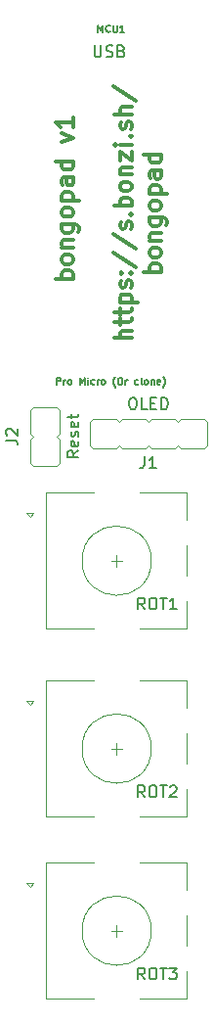
<source format=gto>
%TF.GenerationSoftware,KiCad,Pcbnew,(5.1.10)-1*%
%TF.CreationDate,2021-08-08T16:05:11+01:00*%
%TF.ProjectId,bongopad,626f6e67-6f70-4616-942e-6b696361645f,1*%
%TF.SameCoordinates,PXb71b00PYb71b00*%
%TF.FileFunction,Legend,Top*%
%TF.FilePolarity,Positive*%
%FSLAX46Y46*%
G04 Gerber Fmt 4.6, Leading zero omitted, Abs format (unit mm)*
G04 Created by KiCad (PCBNEW (5.1.10)-1) date 2021-08-08 16:05:11*
%MOMM*%
%LPD*%
G01*
G04 APERTURE LIST*
%ADD10C,0.300000*%
%ADD11C,0.150000*%
%ADD12C,0.120000*%
%ADD13C,0.127000*%
G04 APERTURE END LIST*
D10*
X11533571Y-27995714D02*
X10033571Y-27995714D01*
X11533571Y-27352857D02*
X10747857Y-27352857D01*
X10605000Y-27424285D01*
X10533571Y-27567142D01*
X10533571Y-27781428D01*
X10605000Y-27924285D01*
X10676428Y-27995714D01*
X10533571Y-26852857D02*
X10533571Y-26281428D01*
X10033571Y-26638571D02*
X11319285Y-26638571D01*
X11462142Y-26567142D01*
X11533571Y-26424285D01*
X11533571Y-26281428D01*
X10533571Y-25995714D02*
X10533571Y-25424285D01*
X10033571Y-25781428D02*
X11319285Y-25781428D01*
X11462142Y-25710000D01*
X11533571Y-25567142D01*
X11533571Y-25424285D01*
X10533571Y-24924285D02*
X12033571Y-24924285D01*
X10605000Y-24924285D02*
X10533571Y-24781428D01*
X10533571Y-24495714D01*
X10605000Y-24352857D01*
X10676428Y-24281428D01*
X10819285Y-24210000D01*
X11247857Y-24210000D01*
X11390714Y-24281428D01*
X11462142Y-24352857D01*
X11533571Y-24495714D01*
X11533571Y-24781428D01*
X11462142Y-24924285D01*
X11462142Y-23638571D02*
X11533571Y-23495714D01*
X11533571Y-23210000D01*
X11462142Y-23067142D01*
X11319285Y-22995714D01*
X11247857Y-22995714D01*
X11105000Y-23067142D01*
X11033571Y-23210000D01*
X11033571Y-23424285D01*
X10962142Y-23567142D01*
X10819285Y-23638571D01*
X10747857Y-23638571D01*
X10605000Y-23567142D01*
X10533571Y-23424285D01*
X10533571Y-23210000D01*
X10605000Y-23067142D01*
X11390714Y-22352857D02*
X11462142Y-22281428D01*
X11533571Y-22352857D01*
X11462142Y-22424285D01*
X11390714Y-22352857D01*
X11533571Y-22352857D01*
X10605000Y-22352857D02*
X10676428Y-22281428D01*
X10747857Y-22352857D01*
X10676428Y-22424285D01*
X10605000Y-22352857D01*
X10747857Y-22352857D01*
X9962142Y-20567142D02*
X11890714Y-21852857D01*
X9962142Y-18995714D02*
X11890714Y-20281428D01*
X11462142Y-18567142D02*
X11533571Y-18424285D01*
X11533571Y-18138571D01*
X11462142Y-17995714D01*
X11319285Y-17924285D01*
X11247857Y-17924285D01*
X11105000Y-17995714D01*
X11033571Y-18138571D01*
X11033571Y-18352857D01*
X10962142Y-18495714D01*
X10819285Y-18567142D01*
X10747857Y-18567142D01*
X10605000Y-18495714D01*
X10533571Y-18352857D01*
X10533571Y-18138571D01*
X10605000Y-17995714D01*
X11390714Y-17281428D02*
X11462142Y-17210000D01*
X11533571Y-17281428D01*
X11462142Y-17352857D01*
X11390714Y-17281428D01*
X11533571Y-17281428D01*
X11533571Y-16567142D02*
X10033571Y-16567142D01*
X10605000Y-16567142D02*
X10533571Y-16424285D01*
X10533571Y-16138571D01*
X10605000Y-15995714D01*
X10676428Y-15924285D01*
X10819285Y-15852857D01*
X11247857Y-15852857D01*
X11390714Y-15924285D01*
X11462142Y-15995714D01*
X11533571Y-16138571D01*
X11533571Y-16424285D01*
X11462142Y-16567142D01*
X11533571Y-14995714D02*
X11462142Y-15138571D01*
X11390714Y-15210000D01*
X11247857Y-15281428D01*
X10819285Y-15281428D01*
X10676428Y-15210000D01*
X10605000Y-15138571D01*
X10533571Y-14995714D01*
X10533571Y-14781428D01*
X10605000Y-14638571D01*
X10676428Y-14567142D01*
X10819285Y-14495714D01*
X11247857Y-14495714D01*
X11390714Y-14567142D01*
X11462142Y-14638571D01*
X11533571Y-14781428D01*
X11533571Y-14995714D01*
X10533571Y-13852857D02*
X11533571Y-13852857D01*
X10676428Y-13852857D02*
X10605000Y-13781428D01*
X10533571Y-13638571D01*
X10533571Y-13424285D01*
X10605000Y-13281428D01*
X10747857Y-13210000D01*
X11533571Y-13210000D01*
X10533571Y-12638571D02*
X10533571Y-11852857D01*
X11533571Y-12638571D01*
X11533571Y-11852857D01*
X11533571Y-11281428D02*
X10533571Y-11281428D01*
X10033571Y-11281428D02*
X10105000Y-11352857D01*
X10176428Y-11281428D01*
X10105000Y-11210000D01*
X10033571Y-11281428D01*
X10176428Y-11281428D01*
X11390714Y-10567142D02*
X11462142Y-10495714D01*
X11533571Y-10567142D01*
X11462142Y-10638571D01*
X11390714Y-10567142D01*
X11533571Y-10567142D01*
X11462142Y-9924285D02*
X11533571Y-9781428D01*
X11533571Y-9495714D01*
X11462142Y-9352857D01*
X11319285Y-9281428D01*
X11247857Y-9281428D01*
X11105000Y-9352857D01*
X11033571Y-9495714D01*
X11033571Y-9710000D01*
X10962142Y-9852857D01*
X10819285Y-9924285D01*
X10747857Y-9924285D01*
X10605000Y-9852857D01*
X10533571Y-9710000D01*
X10533571Y-9495714D01*
X10605000Y-9352857D01*
X11533571Y-8638571D02*
X10033571Y-8638571D01*
X11533571Y-7995714D02*
X10747857Y-7995714D01*
X10605000Y-8067142D01*
X10533571Y-8210000D01*
X10533571Y-8424285D01*
X10605000Y-8567142D01*
X10676428Y-8638571D01*
X9962142Y-6210000D02*
X11890714Y-7495714D01*
X14083571Y-22281428D02*
X12583571Y-22281428D01*
X13155000Y-22281428D02*
X13083571Y-22138571D01*
X13083571Y-21852857D01*
X13155000Y-21710000D01*
X13226428Y-21638571D01*
X13369285Y-21567142D01*
X13797857Y-21567142D01*
X13940714Y-21638571D01*
X14012142Y-21710000D01*
X14083571Y-21852857D01*
X14083571Y-22138571D01*
X14012142Y-22281428D01*
X14083571Y-20710000D02*
X14012142Y-20852857D01*
X13940714Y-20924285D01*
X13797857Y-20995714D01*
X13369285Y-20995714D01*
X13226428Y-20924285D01*
X13155000Y-20852857D01*
X13083571Y-20710000D01*
X13083571Y-20495714D01*
X13155000Y-20352857D01*
X13226428Y-20281428D01*
X13369285Y-20210000D01*
X13797857Y-20210000D01*
X13940714Y-20281428D01*
X14012142Y-20352857D01*
X14083571Y-20495714D01*
X14083571Y-20710000D01*
X13083571Y-19567142D02*
X14083571Y-19567142D01*
X13226428Y-19567142D02*
X13155000Y-19495714D01*
X13083571Y-19352857D01*
X13083571Y-19138571D01*
X13155000Y-18995714D01*
X13297857Y-18924285D01*
X14083571Y-18924285D01*
X13083571Y-17567142D02*
X14297857Y-17567142D01*
X14440714Y-17638571D01*
X14512142Y-17710000D01*
X14583571Y-17852857D01*
X14583571Y-18067142D01*
X14512142Y-18210000D01*
X14012142Y-17567142D02*
X14083571Y-17710000D01*
X14083571Y-17995714D01*
X14012142Y-18138571D01*
X13940714Y-18210000D01*
X13797857Y-18281428D01*
X13369285Y-18281428D01*
X13226428Y-18210000D01*
X13155000Y-18138571D01*
X13083571Y-17995714D01*
X13083571Y-17710000D01*
X13155000Y-17567142D01*
X14083571Y-16638571D02*
X14012142Y-16781428D01*
X13940714Y-16852857D01*
X13797857Y-16924285D01*
X13369285Y-16924285D01*
X13226428Y-16852857D01*
X13155000Y-16781428D01*
X13083571Y-16638571D01*
X13083571Y-16424285D01*
X13155000Y-16281428D01*
X13226428Y-16210000D01*
X13369285Y-16138571D01*
X13797857Y-16138571D01*
X13940714Y-16210000D01*
X14012142Y-16281428D01*
X14083571Y-16424285D01*
X14083571Y-16638571D01*
X13083571Y-15495714D02*
X14583571Y-15495714D01*
X13155000Y-15495714D02*
X13083571Y-15352857D01*
X13083571Y-15067142D01*
X13155000Y-14924285D01*
X13226428Y-14852857D01*
X13369285Y-14781428D01*
X13797857Y-14781428D01*
X13940714Y-14852857D01*
X14012142Y-14924285D01*
X14083571Y-15067142D01*
X14083571Y-15352857D01*
X14012142Y-15495714D01*
X14083571Y-13495714D02*
X13297857Y-13495714D01*
X13155000Y-13567142D01*
X13083571Y-13710000D01*
X13083571Y-13995714D01*
X13155000Y-14138571D01*
X14012142Y-13495714D02*
X14083571Y-13638571D01*
X14083571Y-13995714D01*
X14012142Y-14138571D01*
X13869285Y-14210000D01*
X13726428Y-14210000D01*
X13583571Y-14138571D01*
X13512142Y-13995714D01*
X13512142Y-13638571D01*
X13440714Y-13495714D01*
X14083571Y-12138571D02*
X12583571Y-12138571D01*
X14012142Y-12138571D02*
X14083571Y-12281428D01*
X14083571Y-12567142D01*
X14012142Y-12710000D01*
X13940714Y-12781428D01*
X13797857Y-12852857D01*
X13369285Y-12852857D01*
X13226428Y-12781428D01*
X13155000Y-12710000D01*
X13083571Y-12567142D01*
X13083571Y-12281428D01*
X13155000Y-12138571D01*
X6458571Y-22868571D02*
X4958571Y-22868571D01*
X5530000Y-22868571D02*
X5458571Y-22725714D01*
X5458571Y-22440000D01*
X5530000Y-22297142D01*
X5601428Y-22225714D01*
X5744285Y-22154285D01*
X6172857Y-22154285D01*
X6315714Y-22225714D01*
X6387142Y-22297142D01*
X6458571Y-22440000D01*
X6458571Y-22725714D01*
X6387142Y-22868571D01*
X6458571Y-21297142D02*
X6387142Y-21440000D01*
X6315714Y-21511428D01*
X6172857Y-21582857D01*
X5744285Y-21582857D01*
X5601428Y-21511428D01*
X5530000Y-21440000D01*
X5458571Y-21297142D01*
X5458571Y-21082857D01*
X5530000Y-20940000D01*
X5601428Y-20868571D01*
X5744285Y-20797142D01*
X6172857Y-20797142D01*
X6315714Y-20868571D01*
X6387142Y-20940000D01*
X6458571Y-21082857D01*
X6458571Y-21297142D01*
X5458571Y-20154285D02*
X6458571Y-20154285D01*
X5601428Y-20154285D02*
X5530000Y-20082857D01*
X5458571Y-19940000D01*
X5458571Y-19725714D01*
X5530000Y-19582857D01*
X5672857Y-19511428D01*
X6458571Y-19511428D01*
X5458571Y-18154285D02*
X6672857Y-18154285D01*
X6815714Y-18225714D01*
X6887142Y-18297142D01*
X6958571Y-18440000D01*
X6958571Y-18654285D01*
X6887142Y-18797142D01*
X6387142Y-18154285D02*
X6458571Y-18297142D01*
X6458571Y-18582857D01*
X6387142Y-18725714D01*
X6315714Y-18797142D01*
X6172857Y-18868571D01*
X5744285Y-18868571D01*
X5601428Y-18797142D01*
X5530000Y-18725714D01*
X5458571Y-18582857D01*
X5458571Y-18297142D01*
X5530000Y-18154285D01*
X6458571Y-17225714D02*
X6387142Y-17368571D01*
X6315714Y-17440000D01*
X6172857Y-17511428D01*
X5744285Y-17511428D01*
X5601428Y-17440000D01*
X5530000Y-17368571D01*
X5458571Y-17225714D01*
X5458571Y-17011428D01*
X5530000Y-16868571D01*
X5601428Y-16797142D01*
X5744285Y-16725714D01*
X6172857Y-16725714D01*
X6315714Y-16797142D01*
X6387142Y-16868571D01*
X6458571Y-17011428D01*
X6458571Y-17225714D01*
X5458571Y-16082857D02*
X6958571Y-16082857D01*
X5530000Y-16082857D02*
X5458571Y-15940000D01*
X5458571Y-15654285D01*
X5530000Y-15511428D01*
X5601428Y-15440000D01*
X5744285Y-15368571D01*
X6172857Y-15368571D01*
X6315714Y-15440000D01*
X6387142Y-15511428D01*
X6458571Y-15654285D01*
X6458571Y-15940000D01*
X6387142Y-16082857D01*
X6458571Y-14082857D02*
X5672857Y-14082857D01*
X5530000Y-14154285D01*
X5458571Y-14297142D01*
X5458571Y-14582857D01*
X5530000Y-14725714D01*
X6387142Y-14082857D02*
X6458571Y-14225714D01*
X6458571Y-14582857D01*
X6387142Y-14725714D01*
X6244285Y-14797142D01*
X6101428Y-14797142D01*
X5958571Y-14725714D01*
X5887142Y-14582857D01*
X5887142Y-14225714D01*
X5815714Y-14082857D01*
X6458571Y-12725714D02*
X4958571Y-12725714D01*
X6387142Y-12725714D02*
X6458571Y-12868571D01*
X6458571Y-13154285D01*
X6387142Y-13297142D01*
X6315714Y-13368571D01*
X6172857Y-13440000D01*
X5744285Y-13440000D01*
X5601428Y-13368571D01*
X5530000Y-13297142D01*
X5458571Y-13154285D01*
X5458571Y-12868571D01*
X5530000Y-12725714D01*
X5458571Y-11011428D02*
X6458571Y-10654285D01*
X5458571Y-10297142D01*
X6458571Y-8940000D02*
X6458571Y-9797142D01*
X6458571Y-9368571D02*
X4958571Y-9368571D01*
X5172857Y-9511428D01*
X5315714Y-9654285D01*
X5387142Y-9797142D01*
D11*
X8328095Y-2692380D02*
X8328095Y-3501904D01*
X8375714Y-3597142D01*
X8423333Y-3644761D01*
X8518571Y-3692380D01*
X8709047Y-3692380D01*
X8804285Y-3644761D01*
X8851904Y-3597142D01*
X8899523Y-3501904D01*
X8899523Y-2692380D01*
X9328095Y-3644761D02*
X9470952Y-3692380D01*
X9709047Y-3692380D01*
X9804285Y-3644761D01*
X9851904Y-3597142D01*
X9899523Y-3501904D01*
X9899523Y-3406666D01*
X9851904Y-3311428D01*
X9804285Y-3263809D01*
X9709047Y-3216190D01*
X9518571Y-3168571D01*
X9423333Y-3120952D01*
X9375714Y-3073333D01*
X9328095Y-2978095D01*
X9328095Y-2882857D01*
X9375714Y-2787619D01*
X9423333Y-2740000D01*
X9518571Y-2692380D01*
X9756666Y-2692380D01*
X9899523Y-2740000D01*
X10661428Y-3168571D02*
X10804285Y-3216190D01*
X10851904Y-3263809D01*
X10899523Y-3359047D01*
X10899523Y-3501904D01*
X10851904Y-3597142D01*
X10804285Y-3644761D01*
X10709047Y-3692380D01*
X10328095Y-3692380D01*
X10328095Y-2692380D01*
X10661428Y-2692380D01*
X10756666Y-2740000D01*
X10804285Y-2787619D01*
X10851904Y-2882857D01*
X10851904Y-2978095D01*
X10804285Y-3073333D01*
X10756666Y-3120952D01*
X10661428Y-3168571D01*
X10328095Y-3168571D01*
D12*
%TO.C,J2*%
X5270000Y-34214000D02*
X5270000Y-35992000D01*
X5270000Y-35992000D02*
X5270000Y-36246000D01*
X5270000Y-36246000D02*
X5016000Y-36500000D01*
X5016000Y-36500000D02*
X5270000Y-36754000D01*
X5270000Y-36754000D02*
X5270000Y-38786000D01*
X5270000Y-38786000D02*
X5016000Y-39040000D01*
X5270000Y-34214000D02*
X5016000Y-33960000D01*
X5016000Y-33960000D02*
X2984000Y-33960000D01*
X2730000Y-34214000D02*
X2984000Y-33960000D01*
X2984000Y-36500000D02*
X2730000Y-36246000D01*
X2730000Y-36754000D02*
X2984000Y-36500000D01*
X2730000Y-38786000D02*
X2730000Y-36754000D01*
X2730000Y-34214000D02*
X2984000Y-33960000D01*
X2730000Y-36246000D02*
X2730000Y-34214000D01*
X2984000Y-39040000D02*
X2730000Y-38786000D01*
X5016000Y-39040000D02*
X2984000Y-39040000D01*
%TO.C,ROT3*%
X13250000Y-79250000D02*
G75*
G03*
X13250000Y-79250000I-3000000J0D01*
G01*
X12250000Y-73350000D02*
X16350000Y-73350000D01*
X16350000Y-85150000D02*
X12250000Y-85150000D01*
X8250000Y-85150000D02*
X4150000Y-85150000D01*
X8250000Y-73350000D02*
X4150000Y-73350000D01*
X4150000Y-73350000D02*
X4150000Y-85150000D01*
X2750000Y-75450000D02*
X2450000Y-75150000D01*
X2450000Y-75150000D02*
X3050000Y-75150000D01*
X3050000Y-75150000D02*
X2750000Y-75450000D01*
X16350000Y-73350000D02*
X16350000Y-75750000D01*
X16350000Y-77950000D02*
X16350000Y-80550000D01*
X16350000Y-82750000D02*
X16350000Y-85150000D01*
X10250000Y-78750000D02*
X10250000Y-79750000D01*
X9750000Y-79250000D02*
X10750000Y-79250000D01*
%TO.C,ROT2*%
X13250000Y-63500000D02*
G75*
G03*
X13250000Y-63500000I-3000000J0D01*
G01*
X12250000Y-57600000D02*
X16350000Y-57600000D01*
X16350000Y-69400000D02*
X12250000Y-69400000D01*
X8250000Y-69400000D02*
X4150000Y-69400000D01*
X8250000Y-57600000D02*
X4150000Y-57600000D01*
X4150000Y-57600000D02*
X4150000Y-69400000D01*
X2750000Y-59700000D02*
X2450000Y-59400000D01*
X2450000Y-59400000D02*
X3050000Y-59400000D01*
X3050000Y-59400000D02*
X2750000Y-59700000D01*
X16350000Y-57600000D02*
X16350000Y-60000000D01*
X16350000Y-62200000D02*
X16350000Y-64800000D01*
X16350000Y-67000000D02*
X16350000Y-69400000D01*
X10250000Y-63000000D02*
X10250000Y-64000000D01*
X9750000Y-63500000D02*
X10750000Y-63500000D01*
%TO.C,ROT1*%
X13250000Y-47250000D02*
G75*
G03*
X13250000Y-47250000I-3000000J0D01*
G01*
X12250000Y-41350000D02*
X16350000Y-41350000D01*
X16350000Y-53150000D02*
X12250000Y-53150000D01*
X8250000Y-53150000D02*
X4150000Y-53150000D01*
X8250000Y-41350000D02*
X4150000Y-41350000D01*
X4150000Y-41350000D02*
X4150000Y-53150000D01*
X2750000Y-43450000D02*
X2450000Y-43150000D01*
X2450000Y-43150000D02*
X3050000Y-43150000D01*
X3050000Y-43150000D02*
X2750000Y-43450000D01*
X16350000Y-41350000D02*
X16350000Y-43750000D01*
X16350000Y-45950000D02*
X16350000Y-48550000D01*
X16350000Y-50750000D02*
X16350000Y-53150000D01*
X10250000Y-46750000D02*
X10250000Y-47750000D01*
X9750000Y-47250000D02*
X10750000Y-47250000D01*
%TO.C,J1*%
X18080000Y-37266000D02*
X18080000Y-35234000D01*
X13000000Y-37266000D02*
X12746000Y-37520000D01*
X15286000Y-37520000D02*
X13254000Y-37520000D01*
X10206000Y-37520000D02*
X8174000Y-37520000D01*
X8174000Y-37520000D02*
X7920000Y-37266000D01*
X12746000Y-37520000D02*
X10714000Y-37520000D01*
X18080000Y-37266000D02*
X17826000Y-37520000D01*
X15540000Y-37266000D02*
X15286000Y-37520000D01*
X10714000Y-37520000D02*
X10460000Y-37266000D01*
X10460000Y-37266000D02*
X10206000Y-37520000D01*
X17826000Y-37520000D02*
X15794000Y-37520000D01*
X13254000Y-37520000D02*
X13000000Y-37266000D01*
X15794000Y-37520000D02*
X15540000Y-37266000D01*
X18080000Y-37266000D02*
X17826000Y-37520000D01*
X8174000Y-37520000D02*
X7920000Y-37266000D01*
X7920000Y-35234000D02*
X7920000Y-37266000D01*
X8174000Y-34980000D02*
X7920000Y-35234000D01*
X15794000Y-34980000D02*
X17826000Y-34980000D01*
X17826000Y-34980000D02*
X18080000Y-35234000D01*
X15540000Y-35234000D02*
X15794000Y-34980000D01*
X15286000Y-34980000D02*
X15540000Y-35234000D01*
X13254000Y-34980000D02*
X15286000Y-34980000D01*
X13000000Y-35234000D02*
X13254000Y-34980000D01*
X12746000Y-34980000D02*
X13000000Y-35234000D01*
X10714000Y-34980000D02*
X12746000Y-34980000D01*
X10460000Y-35234000D02*
X10714000Y-34980000D01*
X10206000Y-34980000D02*
X10460000Y-35234000D01*
X9952000Y-34980000D02*
X10206000Y-34980000D01*
X8174000Y-34980000D02*
X9952000Y-34980000D01*
%TO.C,MCU1*%
D13*
X8632400Y-1535771D02*
X8632400Y-926171D01*
X8835600Y-1361600D01*
X9038800Y-926171D01*
X9038800Y-1535771D01*
X9677428Y-1477714D02*
X9648400Y-1506742D01*
X9561314Y-1535771D01*
X9503257Y-1535771D01*
X9416171Y-1506742D01*
X9358114Y-1448685D01*
X9329085Y-1390628D01*
X9300057Y-1274514D01*
X9300057Y-1187428D01*
X9329085Y-1071314D01*
X9358114Y-1013257D01*
X9416171Y-955200D01*
X9503257Y-926171D01*
X9561314Y-926171D01*
X9648400Y-955200D01*
X9677428Y-984228D01*
X9938685Y-926171D02*
X9938685Y-1419657D01*
X9967714Y-1477714D01*
X9996742Y-1506742D01*
X10054800Y-1535771D01*
X10170914Y-1535771D01*
X10228971Y-1506742D01*
X10258000Y-1477714D01*
X10287028Y-1419657D01*
X10287028Y-926171D01*
X10896628Y-1535771D02*
X10548285Y-1535771D01*
X10722457Y-1535771D02*
X10722457Y-926171D01*
X10664400Y-1013257D01*
X10606342Y-1071314D01*
X10548285Y-1100342D01*
X5061885Y-32015771D02*
X5061885Y-31406171D01*
X5294114Y-31406171D01*
X5352171Y-31435200D01*
X5381200Y-31464228D01*
X5410228Y-31522285D01*
X5410228Y-31609371D01*
X5381200Y-31667428D01*
X5352171Y-31696457D01*
X5294114Y-31725485D01*
X5061885Y-31725485D01*
X5671485Y-32015771D02*
X5671485Y-31609371D01*
X5671485Y-31725485D02*
X5700514Y-31667428D01*
X5729542Y-31638400D01*
X5787600Y-31609371D01*
X5845657Y-31609371D01*
X6135942Y-32015771D02*
X6077885Y-31986742D01*
X6048857Y-31957714D01*
X6019828Y-31899657D01*
X6019828Y-31725485D01*
X6048857Y-31667428D01*
X6077885Y-31638400D01*
X6135942Y-31609371D01*
X6223028Y-31609371D01*
X6281085Y-31638400D01*
X6310114Y-31667428D01*
X6339142Y-31725485D01*
X6339142Y-31899657D01*
X6310114Y-31957714D01*
X6281085Y-31986742D01*
X6223028Y-32015771D01*
X6135942Y-32015771D01*
X7064857Y-32015771D02*
X7064857Y-31406171D01*
X7268057Y-31841600D01*
X7471257Y-31406171D01*
X7471257Y-32015771D01*
X7761542Y-32015771D02*
X7761542Y-31609371D01*
X7761542Y-31406171D02*
X7732514Y-31435200D01*
X7761542Y-31464228D01*
X7790571Y-31435200D01*
X7761542Y-31406171D01*
X7761542Y-31464228D01*
X8313085Y-31986742D02*
X8255028Y-32015771D01*
X8138914Y-32015771D01*
X8080857Y-31986742D01*
X8051828Y-31957714D01*
X8022800Y-31899657D01*
X8022800Y-31725485D01*
X8051828Y-31667428D01*
X8080857Y-31638400D01*
X8138914Y-31609371D01*
X8255028Y-31609371D01*
X8313085Y-31638400D01*
X8574342Y-32015771D02*
X8574342Y-31609371D01*
X8574342Y-31725485D02*
X8603371Y-31667428D01*
X8632400Y-31638400D01*
X8690457Y-31609371D01*
X8748514Y-31609371D01*
X9038800Y-32015771D02*
X8980742Y-31986742D01*
X8951714Y-31957714D01*
X8922685Y-31899657D01*
X8922685Y-31725485D01*
X8951714Y-31667428D01*
X8980742Y-31638400D01*
X9038800Y-31609371D01*
X9125885Y-31609371D01*
X9183942Y-31638400D01*
X9212971Y-31667428D01*
X9242000Y-31725485D01*
X9242000Y-31899657D01*
X9212971Y-31957714D01*
X9183942Y-31986742D01*
X9125885Y-32015771D01*
X9038800Y-32015771D01*
X10141885Y-32248000D02*
X10112857Y-32218971D01*
X10054800Y-32131885D01*
X10025771Y-32073828D01*
X9996742Y-31986742D01*
X9967714Y-31841600D01*
X9967714Y-31725485D01*
X9996742Y-31580342D01*
X10025771Y-31493257D01*
X10054800Y-31435200D01*
X10112857Y-31348114D01*
X10141885Y-31319085D01*
X10490228Y-31406171D02*
X10606342Y-31406171D01*
X10664400Y-31435200D01*
X10722457Y-31493257D01*
X10751485Y-31609371D01*
X10751485Y-31812571D01*
X10722457Y-31928685D01*
X10664400Y-31986742D01*
X10606342Y-32015771D01*
X10490228Y-32015771D01*
X10432171Y-31986742D01*
X10374114Y-31928685D01*
X10345085Y-31812571D01*
X10345085Y-31609371D01*
X10374114Y-31493257D01*
X10432171Y-31435200D01*
X10490228Y-31406171D01*
X11012742Y-32015771D02*
X11012742Y-31609371D01*
X11012742Y-31725485D02*
X11041771Y-31667428D01*
X11070800Y-31638400D01*
X11128857Y-31609371D01*
X11186914Y-31609371D01*
X12115828Y-31986742D02*
X12057771Y-32015771D01*
X11941657Y-32015771D01*
X11883600Y-31986742D01*
X11854571Y-31957714D01*
X11825542Y-31899657D01*
X11825542Y-31725485D01*
X11854571Y-31667428D01*
X11883600Y-31638400D01*
X11941657Y-31609371D01*
X12057771Y-31609371D01*
X12115828Y-31638400D01*
X12464171Y-32015771D02*
X12406114Y-31986742D01*
X12377085Y-31928685D01*
X12377085Y-31406171D01*
X12783485Y-32015771D02*
X12725428Y-31986742D01*
X12696400Y-31957714D01*
X12667371Y-31899657D01*
X12667371Y-31725485D01*
X12696400Y-31667428D01*
X12725428Y-31638400D01*
X12783485Y-31609371D01*
X12870571Y-31609371D01*
X12928628Y-31638400D01*
X12957657Y-31667428D01*
X12986685Y-31725485D01*
X12986685Y-31899657D01*
X12957657Y-31957714D01*
X12928628Y-31986742D01*
X12870571Y-32015771D01*
X12783485Y-32015771D01*
X13247942Y-31609371D02*
X13247942Y-32015771D01*
X13247942Y-31667428D02*
X13276971Y-31638400D01*
X13335028Y-31609371D01*
X13422114Y-31609371D01*
X13480171Y-31638400D01*
X13509200Y-31696457D01*
X13509200Y-32015771D01*
X14031714Y-31986742D02*
X13973657Y-32015771D01*
X13857542Y-32015771D01*
X13799485Y-31986742D01*
X13770457Y-31928685D01*
X13770457Y-31696457D01*
X13799485Y-31638400D01*
X13857542Y-31609371D01*
X13973657Y-31609371D01*
X14031714Y-31638400D01*
X14060742Y-31696457D01*
X14060742Y-31754514D01*
X13770457Y-31812571D01*
X14263942Y-32248000D02*
X14292971Y-32218971D01*
X14351028Y-32131885D01*
X14380057Y-32073828D01*
X14409085Y-31986742D01*
X14438114Y-31841600D01*
X14438114Y-31725485D01*
X14409085Y-31580342D01*
X14380057Y-31493257D01*
X14351028Y-31435200D01*
X14292971Y-31348114D01*
X14263942Y-31319085D01*
%TO.C,J2*%
D11*
X652380Y-36833333D02*
X1366666Y-36833333D01*
X1509523Y-36880952D01*
X1604761Y-36976190D01*
X1652380Y-37119047D01*
X1652380Y-37214285D01*
X747619Y-36404761D02*
X700000Y-36357142D01*
X652380Y-36261904D01*
X652380Y-36023809D01*
X700000Y-35928571D01*
X747619Y-35880952D01*
X842857Y-35833333D01*
X938095Y-35833333D01*
X1080952Y-35880952D01*
X1652380Y-36452380D01*
X1652380Y-35833333D01*
X6952380Y-37738095D02*
X6476190Y-38071428D01*
X6952380Y-38309523D02*
X5952380Y-38309523D01*
X5952380Y-37928571D01*
X6000000Y-37833333D01*
X6047619Y-37785714D01*
X6142857Y-37738095D01*
X6285714Y-37738095D01*
X6380952Y-37785714D01*
X6428571Y-37833333D01*
X6476190Y-37928571D01*
X6476190Y-38309523D01*
X6904761Y-36928571D02*
X6952380Y-37023809D01*
X6952380Y-37214285D01*
X6904761Y-37309523D01*
X6809523Y-37357142D01*
X6428571Y-37357142D01*
X6333333Y-37309523D01*
X6285714Y-37214285D01*
X6285714Y-37023809D01*
X6333333Y-36928571D01*
X6428571Y-36880952D01*
X6523809Y-36880952D01*
X6619047Y-37357142D01*
X6904761Y-36500000D02*
X6952380Y-36404761D01*
X6952380Y-36214285D01*
X6904761Y-36119047D01*
X6809523Y-36071428D01*
X6761904Y-36071428D01*
X6666666Y-36119047D01*
X6619047Y-36214285D01*
X6619047Y-36357142D01*
X6571428Y-36452380D01*
X6476190Y-36500000D01*
X6428571Y-36500000D01*
X6333333Y-36452380D01*
X6285714Y-36357142D01*
X6285714Y-36214285D01*
X6333333Y-36119047D01*
X6904761Y-35261904D02*
X6952380Y-35357142D01*
X6952380Y-35547619D01*
X6904761Y-35642857D01*
X6809523Y-35690476D01*
X6428571Y-35690476D01*
X6333333Y-35642857D01*
X6285714Y-35547619D01*
X6285714Y-35357142D01*
X6333333Y-35261904D01*
X6428571Y-35214285D01*
X6523809Y-35214285D01*
X6619047Y-35690476D01*
X6285714Y-34928571D02*
X6285714Y-34547619D01*
X5952380Y-34785714D02*
X6809523Y-34785714D01*
X6904761Y-34738095D01*
X6952380Y-34642857D01*
X6952380Y-34547619D01*
%TO.C,ROT3*%
X12678571Y-83452380D02*
X12345238Y-82976190D01*
X12107142Y-83452380D02*
X12107142Y-82452380D01*
X12488095Y-82452380D01*
X12583333Y-82500000D01*
X12630952Y-82547619D01*
X12678571Y-82642857D01*
X12678571Y-82785714D01*
X12630952Y-82880952D01*
X12583333Y-82928571D01*
X12488095Y-82976190D01*
X12107142Y-82976190D01*
X13297619Y-82452380D02*
X13488095Y-82452380D01*
X13583333Y-82500000D01*
X13678571Y-82595238D01*
X13726190Y-82785714D01*
X13726190Y-83119047D01*
X13678571Y-83309523D01*
X13583333Y-83404761D01*
X13488095Y-83452380D01*
X13297619Y-83452380D01*
X13202380Y-83404761D01*
X13107142Y-83309523D01*
X13059523Y-83119047D01*
X13059523Y-82785714D01*
X13107142Y-82595238D01*
X13202380Y-82500000D01*
X13297619Y-82452380D01*
X14011904Y-82452380D02*
X14583333Y-82452380D01*
X14297619Y-83452380D02*
X14297619Y-82452380D01*
X14821428Y-82452380D02*
X15440476Y-82452380D01*
X15107142Y-82833333D01*
X15250000Y-82833333D01*
X15345238Y-82880952D01*
X15392857Y-82928571D01*
X15440476Y-83023809D01*
X15440476Y-83261904D01*
X15392857Y-83357142D01*
X15345238Y-83404761D01*
X15250000Y-83452380D01*
X14964285Y-83452380D01*
X14869047Y-83404761D01*
X14821428Y-83357142D01*
%TO.C,ROT2*%
X12678571Y-67702380D02*
X12345238Y-67226190D01*
X12107142Y-67702380D02*
X12107142Y-66702380D01*
X12488095Y-66702380D01*
X12583333Y-66750000D01*
X12630952Y-66797619D01*
X12678571Y-66892857D01*
X12678571Y-67035714D01*
X12630952Y-67130952D01*
X12583333Y-67178571D01*
X12488095Y-67226190D01*
X12107142Y-67226190D01*
X13297619Y-66702380D02*
X13488095Y-66702380D01*
X13583333Y-66750000D01*
X13678571Y-66845238D01*
X13726190Y-67035714D01*
X13726190Y-67369047D01*
X13678571Y-67559523D01*
X13583333Y-67654761D01*
X13488095Y-67702380D01*
X13297619Y-67702380D01*
X13202380Y-67654761D01*
X13107142Y-67559523D01*
X13059523Y-67369047D01*
X13059523Y-67035714D01*
X13107142Y-66845238D01*
X13202380Y-66750000D01*
X13297619Y-66702380D01*
X14011904Y-66702380D02*
X14583333Y-66702380D01*
X14297619Y-67702380D02*
X14297619Y-66702380D01*
X14869047Y-66797619D02*
X14916666Y-66750000D01*
X15011904Y-66702380D01*
X15250000Y-66702380D01*
X15345238Y-66750000D01*
X15392857Y-66797619D01*
X15440476Y-66892857D01*
X15440476Y-66988095D01*
X15392857Y-67130952D01*
X14821428Y-67702380D01*
X15440476Y-67702380D01*
%TO.C,ROT1*%
X12678571Y-51452380D02*
X12345238Y-50976190D01*
X12107142Y-51452380D02*
X12107142Y-50452380D01*
X12488095Y-50452380D01*
X12583333Y-50500000D01*
X12630952Y-50547619D01*
X12678571Y-50642857D01*
X12678571Y-50785714D01*
X12630952Y-50880952D01*
X12583333Y-50928571D01*
X12488095Y-50976190D01*
X12107142Y-50976190D01*
X13297619Y-50452380D02*
X13488095Y-50452380D01*
X13583333Y-50500000D01*
X13678571Y-50595238D01*
X13726190Y-50785714D01*
X13726190Y-51119047D01*
X13678571Y-51309523D01*
X13583333Y-51404761D01*
X13488095Y-51452380D01*
X13297619Y-51452380D01*
X13202380Y-51404761D01*
X13107142Y-51309523D01*
X13059523Y-51119047D01*
X13059523Y-50785714D01*
X13107142Y-50595238D01*
X13202380Y-50500000D01*
X13297619Y-50452380D01*
X14011904Y-50452380D02*
X14583333Y-50452380D01*
X14297619Y-51452380D02*
X14297619Y-50452380D01*
X15440476Y-51452380D02*
X14869047Y-51452380D01*
X15154761Y-51452380D02*
X15154761Y-50452380D01*
X15059523Y-50595238D01*
X14964285Y-50690476D01*
X14869047Y-50738095D01*
%TO.C,J1*%
X12666666Y-38242380D02*
X12666666Y-38956666D01*
X12619047Y-39099523D01*
X12523809Y-39194761D01*
X12380952Y-39242380D01*
X12285714Y-39242380D01*
X13666666Y-39242380D02*
X13095238Y-39242380D01*
X13380952Y-39242380D02*
X13380952Y-38242380D01*
X13285714Y-38385238D01*
X13190476Y-38480476D01*
X13095238Y-38528095D01*
X11547619Y-33162380D02*
X11738095Y-33162380D01*
X11833333Y-33210000D01*
X11928571Y-33305238D01*
X11976190Y-33495714D01*
X11976190Y-33829047D01*
X11928571Y-34019523D01*
X11833333Y-34114761D01*
X11738095Y-34162380D01*
X11547619Y-34162380D01*
X11452380Y-34114761D01*
X11357142Y-34019523D01*
X11309523Y-33829047D01*
X11309523Y-33495714D01*
X11357142Y-33305238D01*
X11452380Y-33210000D01*
X11547619Y-33162380D01*
X12880952Y-34162380D02*
X12404761Y-34162380D01*
X12404761Y-33162380D01*
X13214285Y-33638571D02*
X13547619Y-33638571D01*
X13690476Y-34162380D02*
X13214285Y-34162380D01*
X13214285Y-33162380D01*
X13690476Y-33162380D01*
X14119047Y-34162380D02*
X14119047Y-33162380D01*
X14357142Y-33162380D01*
X14500000Y-33210000D01*
X14595238Y-33305238D01*
X14642857Y-33400476D01*
X14690476Y-33590952D01*
X14690476Y-33733809D01*
X14642857Y-33924285D01*
X14595238Y-34019523D01*
X14500000Y-34114761D01*
X14357142Y-34162380D01*
X14119047Y-34162380D01*
%TD*%
M02*

</source>
